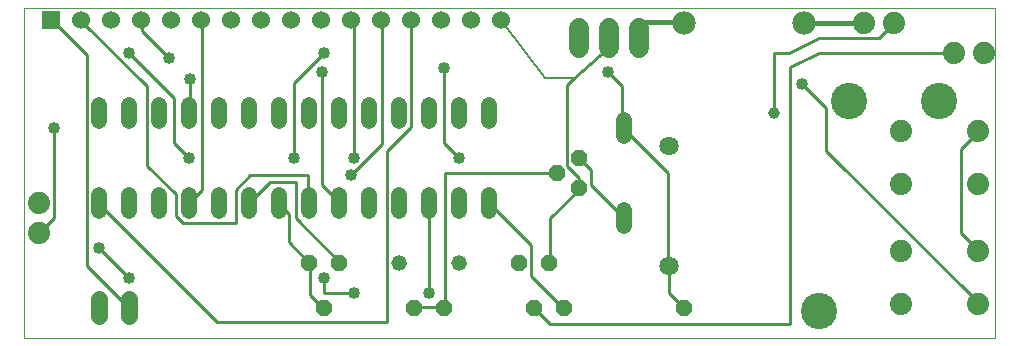
<source format=gtl>
G04 This is an RS-274x file exported by *
G04 gerbv version 2.5.0 *
G04 More information is available about gerbv at *
G04 http://gerbv.gpleda.org/ *
G04 --End of header info--*
%MOIN*%
%FSLAX23Y23*%
%IPPOS*%
G04 --Define apertures--*
%ADD10C,0.0000*%
%ADD11C,0.0520*%
%AMMACRO12*
5,1,8,0.000000,0.000000,0.056284,22.500000*
%
%ADD12MACRO12*%
%ADD13C,0.1210*%
%ADD14C,0.0645*%
%ADD15C,0.0740*%
%ADD16C,0.0520*%
%ADD17R,0.0600X0.0600*%
%ADD18C,0.0600*%
%ADD19C,0.0560*%
%ADD20C,0.0660*%
%ADD21C,0.0780*%
%ADD22C,0.0100*%
%ADD23C,0.0400*%
%ADD24C,0.0396*%
%ADD25C,0.0080*%
%ADD26C,0.0160*%
G04 --Start main section--*
G54D10*
G01X00240Y00274D02*
G01X00240Y01374D01*
G01X00240Y01374D02*
G01X03477Y01374D01*
G01X03477Y01374D02*
G01X03477Y00274D01*
G01X03477Y00274D02*
G01X00240Y00274D01*
G01X03012Y01334D02*
G01X03012Y01339D01*
G01X03012Y01330D02*
G01X03012Y01334D01*
G54D11*
G01X02240Y00648D02*
G01X02240Y00700D01*
G01X02240Y00948D02*
G01X02240Y01000D01*
G01X01790Y00998D02*
G01X01790Y01050D01*
G01X01690Y01050D02*
G01X01690Y00998D01*
G01X01590Y00998D02*
G01X01590Y01050D01*
G01X01490Y01050D02*
G01X01490Y00998D01*
G01X01390Y00998D02*
G01X01390Y01050D01*
G01X01290Y01050D02*
G01X01290Y00998D01*
G01X01190Y00998D02*
G01X01190Y01050D01*
G01X01090Y01050D02*
G01X01090Y00998D01*
G01X00990Y00998D02*
G01X00990Y01050D01*
G01X00890Y01050D02*
G01X00890Y00998D01*
G01X00790Y00998D02*
G01X00790Y01050D01*
G01X00690Y01050D02*
G01X00690Y00998D01*
G01X00590Y00998D02*
G01X00590Y01050D01*
G01X00490Y01050D02*
G01X00490Y00998D01*
G01X00490Y00750D02*
G01X00490Y00698D01*
G01X00590Y00698D02*
G01X00590Y00750D01*
G01X00690Y00750D02*
G01X00690Y00698D01*
G01X00790Y00698D02*
G01X00790Y00750D01*
G01X00890Y00750D02*
G01X00890Y00698D01*
G01X00990Y00698D02*
G01X00990Y00750D01*
G01X01090Y00750D02*
G01X01090Y00698D01*
G01X01190Y00698D02*
G01X01190Y00750D01*
G01X01290Y00750D02*
G01X01290Y00698D01*
G01X01390Y00698D02*
G01X01390Y00750D01*
G01X01490Y00750D02*
G01X01490Y00698D01*
G01X01590Y00698D02*
G01X01590Y00750D01*
G01X01690Y00750D02*
G01X01690Y00698D01*
G01X01790Y00698D02*
G01X01790Y00750D01*
G54D12*
G01X02015Y00824D03*
G01X02090Y00774D03*
G01X02090Y00874D03*
G01X01990Y00524D03*
G01X01890Y00524D03*
G01X01940Y00374D03*
G01X02040Y00374D03*
G01X02440Y00374D03*
G01X01640Y00374D03*
G01X01540Y00374D03*
G01X01290Y00524D03*
G01X01190Y00524D03*
G01X01240Y00374D03*
G54D13*
G01X02890Y00364D03*
G01X02990Y01064D03*
G01X03290Y01064D03*
G54D14*
G01X02390Y00914D03*
G01X02390Y00514D03*
G54D15*
G01X03162Y00563D03*
G01X03418Y00563D03*
G01X03418Y00385D03*
G01X03162Y00385D03*
G01X03162Y00785D03*
G01X03418Y00785D03*
G01X03418Y00963D03*
G01X03162Y00963D03*
G01X03340Y01224D03*
G01X03440Y01224D03*
G01X03140Y01324D03*
G01X03040Y01324D03*
G01X00290Y00724D03*
G01X00290Y00624D03*
G54D16*
G01X01490Y00524D03*
G01X01690Y00524D03*
G54D17*
G01X00330Y01334D03*
G54D18*
G01X00430Y01334D03*
G01X00530Y01334D03*
G01X00630Y01334D03*
G01X00730Y01334D03*
G01X00830Y01334D03*
G01X00930Y01334D03*
G01X01030Y01334D03*
G01X01130Y01334D03*
G01X01230Y01334D03*
G01X01330Y01334D03*
G01X01430Y01334D03*
G01X01530Y01334D03*
G01X01630Y01334D03*
G01X01730Y01334D03*
G01X01830Y01334D03*
G54D19*
G01X00590Y00402D02*
G01X00590Y00346D01*
G01X00490Y00346D02*
G01X00490Y00402D01*
G54D20*
G01X02090Y01241D02*
G01X02090Y01307D01*
G01X02190Y01307D02*
G01X02190Y01241D01*
G01X02290Y01241D02*
G01X02290Y01307D01*
G54D21*
G01X02440Y01324D03*
G01X02840Y01324D03*
G54D22*
G01X02890Y01274D02*
G01X03090Y01274D01*
G01X03090Y01274D02*
G01X03140Y01324D01*
G01X03340Y01224D02*
G01X02890Y01224D01*
G01X02890Y01224D02*
G01X02794Y01178D01*
G01X02794Y01178D02*
G01X02794Y00320D01*
G01X02794Y00320D02*
G01X01994Y00320D01*
G01X01994Y00320D02*
G01X01940Y00374D01*
G01X02034Y00376D02*
G01X02040Y00374D01*
G01X02034Y00376D02*
G01X01930Y00480D01*
G01X01930Y00480D02*
G01X01930Y00584D01*
G01X01930Y00584D02*
G01X01790Y00724D01*
G01X01642Y00824D02*
G01X02015Y00824D01*
G01X02050Y00848D02*
G01X02090Y00808D01*
G01X02090Y00808D02*
G01X02090Y00774D01*
G01X02090Y00774D02*
G01X02090Y00768D01*
G01X02090Y00768D02*
G01X01994Y00672D01*
G01X01994Y00672D02*
G01X01994Y00528D01*
G01X01994Y00528D02*
G01X01990Y00524D01*
G01X02240Y00674D02*
G01X02130Y00784D01*
G01X02130Y00784D02*
G01X02130Y00832D01*
G01X02130Y00832D02*
G01X02090Y00872D01*
G01X02090Y00872D02*
G01X02090Y00874D01*
G01X02050Y00848D02*
G01X02050Y01116D01*
G01X02050Y01116D02*
G01X02074Y01140D01*
G01X02074Y01140D02*
G01X02186Y01240D01*
G01X02186Y01160D02*
G01X02234Y01112D01*
G01X02234Y01112D02*
G01X02234Y00976D01*
G01X02234Y00976D02*
G01X02240Y00974D01*
G01X02240Y00974D02*
G01X02242Y00968D01*
G01X02242Y00968D02*
G01X02386Y00824D01*
G01X02386Y00824D02*
G01X02386Y00520D01*
G01X02386Y00520D02*
G01X02390Y00514D01*
G01X02390Y00514D02*
G01X02390Y00524D01*
G01X02390Y00514D02*
G01X02390Y00424D01*
G01X02390Y00424D02*
G01X02440Y00374D01*
G01X01642Y00376D02*
G01X01642Y00824D01*
G01X01690Y00874D02*
G01X01640Y00924D01*
G01X01640Y00924D02*
G01X01640Y01174D01*
G01X01530Y01328D02*
G01X01530Y01334D01*
G01X01530Y01328D02*
G01X01530Y00976D01*
G01X01530Y00976D02*
G01X01450Y00896D01*
G01X01450Y00896D02*
G01X01450Y00328D01*
G01X01450Y00328D02*
G01X00882Y00328D01*
G01X00882Y00328D02*
G01X00490Y00720D01*
G01X00490Y00720D02*
G01X00490Y00724D01*
G01X00340Y00674D02*
G01X00290Y00624D01*
G01X00340Y00674D02*
G01X00340Y00974D01*
G01X00650Y00848D02*
G01X00746Y00752D01*
G01X00746Y00752D02*
G01X00746Y00680D01*
G01X00746Y00680D02*
G01X00770Y00656D01*
G01X00770Y00656D02*
G01X00946Y00656D01*
G01X00946Y00656D02*
G01X00946Y00768D01*
G01X00946Y00768D02*
G01X00994Y00816D01*
G01X00994Y00816D02*
G01X01186Y00816D01*
G01X01186Y00816D02*
G01X01186Y00728D01*
G01X01186Y00728D02*
G01X01190Y00724D01*
G01X01146Y00672D02*
G01X01290Y00528D01*
G01X01290Y00528D02*
G01X01290Y00524D01*
G01X01194Y00520D02*
G01X01190Y00524D01*
G01X01190Y00524D02*
G01X01122Y00592D01*
G01X01122Y00592D02*
G01X01122Y00688D01*
G01X01122Y00688D02*
G01X01090Y00720D01*
G01X01090Y00720D02*
G01X01090Y00724D01*
G01X01146Y00672D02*
G01X01146Y00792D01*
G01X01146Y00792D02*
G01X01058Y00792D01*
G01X01058Y00792D02*
G01X00990Y00724D01*
G01X00834Y00768D02*
G01X00790Y00724D01*
G01X00834Y00768D02*
G01X00834Y01328D01*
G01X00834Y01328D02*
G01X00830Y01334D01*
G01X00722Y01208D02*
G01X00634Y01296D01*
G01X00634Y01296D02*
G01X00634Y01328D01*
G01X00634Y01328D02*
G01X00630Y01334D01*
G01X00590Y01224D02*
G01X00740Y01074D01*
G01X00740Y01074D02*
G01X00740Y00924D01*
G01X00740Y00924D02*
G01X00790Y00874D01*
G01X00650Y00848D02*
G01X00650Y01112D01*
G01X00650Y01112D02*
G01X00434Y01328D01*
G01X00434Y01328D02*
G01X00430Y01334D01*
G01X00338Y01328D02*
G01X00330Y01334D01*
G01X00338Y01328D02*
G01X00450Y01216D01*
G01X00450Y01216D02*
G01X00450Y00512D01*
G01X00450Y00512D02*
G01X00586Y00376D01*
G01X00586Y00376D02*
G01X00590Y00374D01*
G01X00590Y00474D02*
G01X00490Y00574D01*
G01X01140Y00874D02*
G01X01140Y01124D01*
G01X01140Y01124D02*
G01X01240Y01224D01*
G01X01234Y01160D02*
G01X01234Y00784D01*
G01X01234Y00784D02*
G01X01290Y00728D01*
G01X01290Y00728D02*
G01X01290Y00724D01*
G01X01330Y00816D02*
G01X01434Y00920D01*
G01X01434Y00920D02*
G01X01434Y01328D01*
G01X01434Y01328D02*
G01X01430Y01334D01*
G01X01338Y01328D02*
G01X01330Y01334D01*
G01X01338Y01328D02*
G01X01338Y00872D01*
G01X01590Y00724D02*
G01X01590Y00424D01*
G01X01546Y00376D02*
G01X01634Y00376D01*
G01X01634Y00376D02*
G01X01640Y00374D01*
G01X01640Y00374D02*
G01X01642Y00376D01*
G01X01546Y00376D02*
G01X01540Y00374D01*
G01X01340Y00424D02*
G01X01240Y00424D01*
G01X01240Y00424D02*
G01X01240Y00474D01*
G01X01194Y00520D02*
G01X01194Y00416D01*
G01X01194Y00416D02*
G01X01234Y00376D01*
G01X01234Y00376D02*
G01X01240Y00374D01*
G01X00794Y01024D02*
G01X00790Y01024D01*
G01X00794Y01024D02*
G01X00794Y01136D01*
G01X01830Y01334D02*
G01X01834Y01328D01*
G01X02740Y01224D02*
G01X02740Y01024D01*
G01X02834Y01120D02*
G01X02914Y01040D01*
G01X02914Y01040D02*
G01X02914Y00896D01*
G01X02914Y00896D02*
G01X03418Y00392D01*
G01X03418Y00392D02*
G01X03418Y00385D01*
G01X03418Y00563D02*
G01X03418Y00568D01*
G01X03418Y00568D02*
G01X03362Y00624D01*
G01X03362Y00624D02*
G01X03362Y00904D01*
G01X03362Y00904D02*
G01X03418Y00960D01*
G01X03418Y00960D02*
G01X03418Y00963D01*
G01X02890Y01274D02*
G01X02790Y01224D01*
G01X02790Y01224D02*
G01X02740Y01224D01*
G54D23*
G01X02834Y01120D03*
G01X02186Y01160D03*
G01X01690Y00874D03*
G01X01338Y00872D03*
G01X01330Y00816D03*
G01X01140Y00874D03*
G01X00790Y00874D03*
G01X00794Y01136D03*
G01X00722Y01208D03*
G01X00590Y01224D03*
G01X00340Y00974D03*
G01X00490Y00574D03*
G01X00590Y00474D03*
G01X01240Y00474D03*
G01X01340Y00424D03*
G01X01590Y00424D03*
G01X01234Y01160D03*
G01X01240Y01224D03*
G01X01640Y01174D03*
G54D24*
G01X02740Y01024D03*
G54D25*
G01X02186Y01240D02*
G01X02190Y01274D01*
G01X02074Y01140D02*
G01X01975Y01140D01*
G01X01975Y01140D02*
G01X01830Y01334D01*
G54D26*
G01X02290Y01328D02*
G01X02290Y01274D01*
G01X02290Y01328D02*
G01X02434Y01328D01*
G01X02434Y01328D02*
G01X02440Y01324D01*
G01X02840Y01324D02*
G01X03040Y01324D01*
M02*

</source>
